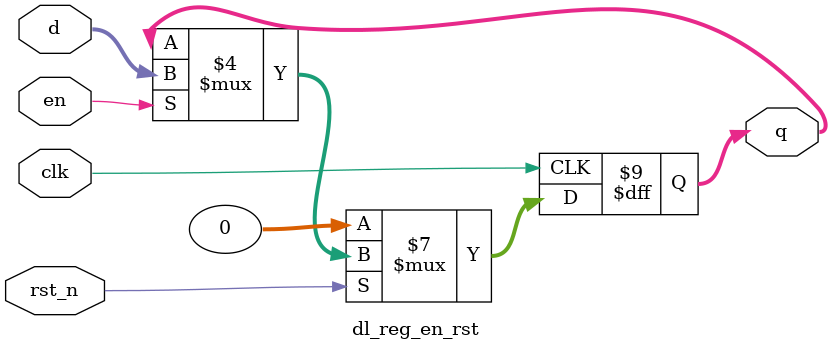
<source format=v>
/*  
    Filename: dl_reg_en_rst.v

    Paramterized register implementation w/ enable and
    synchronous reset.
*/
//--------------------------------------------------------------

`ifndef __DL_REG_EN_RST_V__
`define __DL_REG_EN_RST_V__

module dl_reg_en_rst #(
    parameter   NUM_BITS = 32,
    parameter   RST_VAL = 0
)(
    input  wire                 clk,
    input  wire                 rst_n,
    input  wire                 en,
    input  wire [NUM_BITS-1:0]  d,
    output reg  [NUM_BITS-1:0]  q
);

    always @(posedge clk) begin
        if (!rst_n) begin
            q <= RST_VAL;
        end else begin
            if (en) begin
                q <= d;
            end else begin
                q <= q;
            end
        end
    end

endmodule

`endif // __DL_REG_EN_RST_V__
</source>
